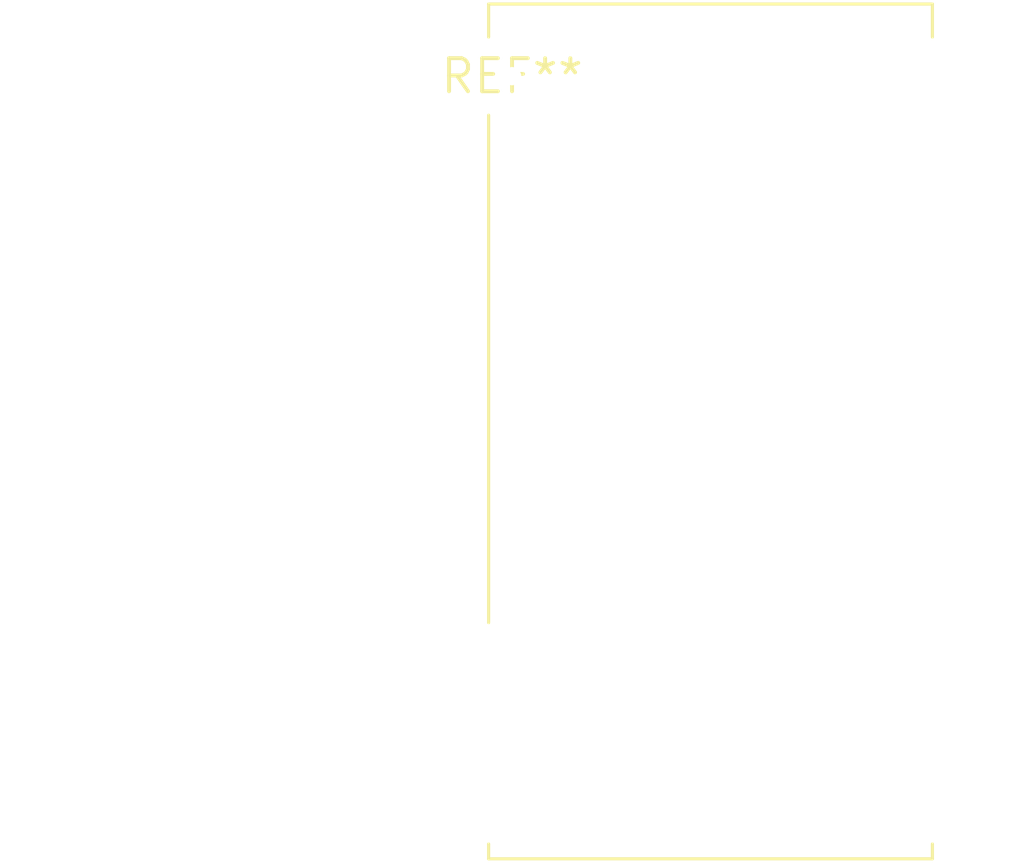
<source format=kicad_pcb>
(kicad_pcb (version 20240108) (generator pcbnew)
  (layers (0 "F.Cu" signal) (31 "B.Cu" signal) (34 "B.Paste" user) (35 "F.Paste" user) (36 "B.SilkS" user "B.Silkscreen") (37 "F.SilkS" user "F.Silkscreen") (38 "B.Mask" user) (39 "F.Mask" user) (44 "Edge.Cuts" user))
  (net 0 "")
  (footprint "Converter_DCDC_Bothhand_CFUSxxxx_THT" (layer "F.Cu") (at 0 0)
    (property "Reference" "REF**")
    (property "Value" "Converter_DCDC_Bothhand_CFUSxxxx_THT")
    (fp_line (start -0.9 -2.77) (end 16.14 -2.77) (layer "F.SilkS") (stroke (width 0.12)))
    (fp_line (start -0.9 -1.5) (end -0.9 -2.77) (layer "F.SilkS") (stroke (width 0.12)))
    (fp_line (start -0.9 1.5) (end -0.9 21) (layer "F.SilkS") (stroke (width 0.12)))
    (fp_line (start -0.9 29.5) (end -0.9 30.07) (layer "F.SilkS") (stroke (width 0.12)))
    (fp_line (start -0.9 30.07) (end 16.14 30.07) (layer "F.SilkS") (stroke (width 0.12)))
    (fp_line (start 16.14 -2.77) (end 16.14 -1.5) (layer "F.SilkS") (stroke (width 0.12)))
    (fp_line (start 16.14 30.07) (end 16.14 29.5) (layer "F.SilkS") (stroke (width 0.12)))
    (pad "1" thru_hole rect (at 0 0) (size 2.5 1.5) (drill 0.7) (layers *.Cu *.Mask) (remove_unused_layers))
    (pad "10" thru_hole oval (at 0 22.86) (size 2.5 1.5) (drill 0.7) (layers *.Cu *.Mask) (remove_unused_layers))
    (pad "11" thru_hole oval (at 0 25.4) (size 2.5 1.5) (drill 0.7) (layers *.Cu *.Mask) (remove_unused_layers))
    (pad "12" thru_hole oval (at 0 27.94) (size 2.5 1.5) (drill 0.7) (layers *.Cu *.Mask) (remove_unused_layers))
    (pad "13" thru_hole oval (at 15.24 27.94) (size 2.5 1.5) (drill 0.7) (layers *.Cu *.Mask) (remove_unused_layers))
    (pad "14" thru_hole oval (at 15.24 25.4) (size 2.5 1.5) (drill 0.7) (layers *.Cu *.Mask) (remove_unused_layers))
    (pad "15" thru_hole oval (at 15.24 22.86) (size 2.5 1.5) (drill 0.7) (layers *.Cu *.Mask) (remove_unused_layers))
    (pad "24" thru_hole oval (at 15.24 0) (size 2.5 1.5) (drill 0.7) (layers *.Cu *.Mask) (remove_unused_layers))
  )
)
</source>
